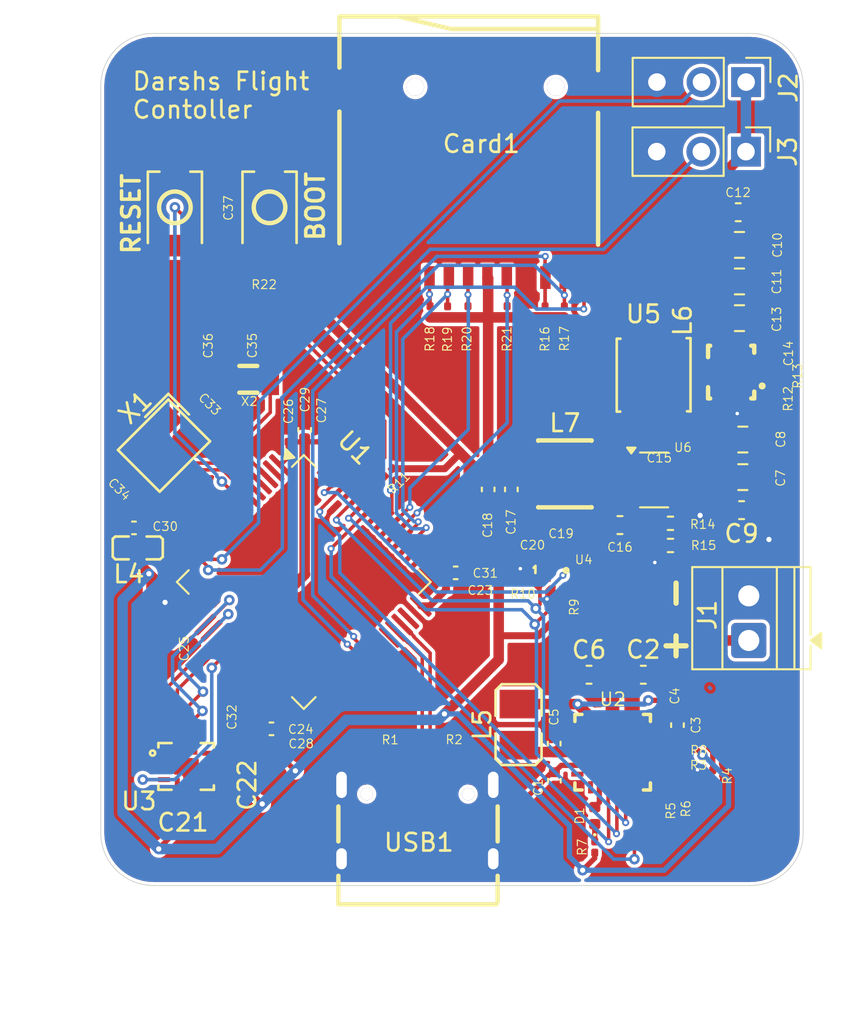
<source format=kicad_pcb>
(kicad_pcb (version 20241229) (generator "pcbnew") (generator_version "9.0")
  (layers (0 "F.Cu" signal) (2 "B.Cu" signal) (13 "F.Paste" user) (15 "B.Paste" user) (5 "F.SilkS" user "F.Silkscreen") (7 "B.SilkS" user "B.Silkscreen") (1 "F.Mask" user) (3 "B.Mask" user) (25 "Edge.Cuts" user))
  (net 0 "")
  (net 1 "GND")
  (net 2 "VBUS")
  (net 3 "BAT+")
  (net 4 "VREGN")
  (net 5 "/BTST")
  (net 6 "Net-(U2-BTST)")
  (net 7 "Net-(C5-Pad1)")
  (net 8 "VSYS")
  (net 9 "+5V")
  (net 10 "Net-(U5-Vaux)")
  (net 11 "Net-(U6-SW)")
  (net 12 "Net-(U6-CB)")
  (net 13 "+3.3V")
  (net 14 "Net-(U1-VCAP_1)")
  (net 15 "/HSE_IN")
  (net 16 "/HSE_OUT")
  (net 17 "/LSE_IN")
  (net 18 "/LSE_OUT")
  (net 19 "/RESET")
  (net 20 "/SD_DAT3")
  (net 21 "/SD_DAT2")
  (net 22 "/SD_DAT1")
  (net 23 "/SD_DAT0")
  (net 24 "/SD_CD")
  (net 25 "/SD_CLK")
  (net 26 "/SD_CMD")
  (net 27 "Net-(D1-K)")
  (net 28 "Net-(D1-A)")
  (net 29 "/SERVO1")
  (net 30 "/SERVO2")
  (net 31 "Net-(U1-VDDA)")
  (net 32 "Net-(U5-L1)")
  (net 33 "Net-(U5-L2)")
  (net 34 "Net-(USB1-CC1)")
  (net 35 "Net-(USB1-CC2)")
  (net 36 "Net-(U2-ILIM)")
  (net 37 "Net-(U2-TS)")
  (net 38 "/BQ_PG")
  (net 39 "/I2C_SDA")
  (net 40 "/I2C_SCL")
  (net 41 "/BQ_INT")
  (net 42 "Net-(U5-EN)")
  (net 43 "Net-(U5-PG)")
  (net 44 "Net-(U6-FB)")
  (net 45 "/BOOT")
  (net 49 "/ICM_SDO")
  (net 50 "/ICM_SCK")
  (net 51 "/BMP_INT")
  (net 57 "/ICM_CS")
  (net 58 "/ICM_INT1")
  (net 62 "/USB_DP")
  (net 63 "/USB_DN")
  (net 67 "/BQ_CE")
  (net 71 "/ICM_INT2")
  (net 77 "/ICM_SDI")
  (footprint "Resistor_SMD:R_0201_0603Metric" (layer "F.Cu") (at 129.91 70.77)
    (property "Reference" "R22")
    (property "Value" "10K")
  )
  (footprint "Capacitor_SMD:C_0201_0603Metric" (layer "F.Cu") (at 140.59 88.91)
    (property "Reference" "C23")
    (property "Value" "100nF")
  )
  (footprint "Resistor_SMD:R_0201_0603Metric" (layer "F.Cu") (at 153.07 100.15 90)
    (property "Reference" "R5")
    (property "Value" "30.1K")
  )
  (footprint "Capacitor_SMD:C_0603_1608Metric" (layer "F.Cu") (at 150.175 85.23 180)
    (property "Reference" "C16")
    (property "Value" "2.2uF")
  )
  (footprint "lib:L2520" (layer "F.Cu") (at 144.4 96.59 -90)
    (property "Reference" "L5")
    (property "Value" "DFE252012F-1R0M=P2")
  )
  (footprint "Capacitor_SMD:C_0805_2012Metric" (layer "F.Cu") (at 157.172499 82.5)
    (property "Reference" "C7")
    (property "Value" "10uF")
  )
  (footprint "lib:LGA-14_L3.0-W2.5-P0.50-TL" (layer "F.Cu") (at 125.47 98.97)
    (property "Reference" "U3")
    (property "Value" "ICM-45686")
  )
  (footprint "Capacitor_SMD:C_0603_1608Metric" (layer "F.Cu") (at 148.415 93.75 180)
    (property "Reference" "C6")
    (property "Value" "44uF")
  )
  (footprint "Resistor_SMD:R_0201_0603Metric" (layer "F.Cu") (at 140.7225 98.2575)
    (property "Reference" "R2")
    (property "Value" "5.1K")
  )
  (footprint "Capacitor_SMD:C_0402_1005Metric" (layer "F.Cu") (at 146.43 97.67 90)
    (property "Reference" "C5")
    (property "Value" "10uF")
  )
  (footprint "Resistor_SMD:R_0201_0603Metric" (layer "F.Cu") (at 144.73 88.38 180)
    (property "Reference" "R10")
    (property "Value" "10K")
  )
  (footprint "Capacitor_SMD:C_0402_1005Metric" (layer "F.Cu") (at 143.99 83.2 -90)
    (property "Reference" "C17")
    (property "Value" "22uF")
  )
  (footprint "Capacitor_SMD:C_0805_2012Metric" (layer "F.Cu") (at 157.172499 80.36)
    (property "Reference" "C8")
    (property "Value" "10uF")
  )
  (footprint "Capacitor_SMD:C_0201_0603Metric" (layer "F.Cu") (at 126.3 78.83 -45)
    (property "Reference" "C33")
    (property "Value" "20pF")
  )
  (footprint "Capacitor_SMD:C_0402_1005Metric" (layer "F.Cu") (at 130.33 96.83 180)
    (property "Reference" "C28")
    (property "Value" "1uF")
  )
  (footprint "Capacitor_SMD:C_0201_0603Metric" (layer "F.Cu") (at 146.825 86.45)
    (property "Reference" "C19")
    (property "Value" "100nF")
  )
  (footprint "lib:CRYSTAL-SMD_4P-L3.2-W2.5-BL" (layer "F.Cu") (at 124.21 80.707366 -135)
    (property "Reference" "X1")
    (property "Value" "X322525MOB4SI")
  )
  (footprint "Capacitor_SMD:C_0201_0603Metric" (layer "F.Cu") (at 122.21 82.64 135)
    (property "Reference" "C34")
    (property "Value" "20pF")
  )
  (footprint "Resistor_SMD:R_0201_0603Metric" (layer "F.Cu") (at 143.75 73.0875 -90)
    (property "Reference" "R21")
    (property "Value" "10K")
  )
  (footprint "Capacitor_SMD:C_0805_2012Metric" (layer "F.Cu") (at 156.982499 73.45)
    (property "Reference" "C13")
    (property "Value" "22uF")
  )
  (footprint "Resistor_SMD:R_0201_0603Metric" (layer "F.Cu") (at 137.0625 98.2575 180)
    (property "Reference" "R1")
    (property "Value" "5.1K")
  )
  (footprint "Package_QFP:LQFP-64_10x10mm_P0.5mm" (layer "F.Cu") (at 132.17 88.47 -45)
    (property "Reference" "U1")
    (property "Value" "STM32F722RETx")
  )
  (footprint "lib:FC-135R_L3.2-W1.5" (layer "F.Cu") (at 129.01 76.93 180)
    (property "Reference" "X2")
    (property "Value" "Q13FC1350000400")
  )
  (footprint "Resistor_SMD:R_0201_0603Metric" (layer "F.Cu") (at 148.74 103.56 -90)
    (property "Reference" "R7")
    (property "Value" "10K")
  )
  (footprint "Resistor_SMD:R_0201_0603Metric" (layer "F.Cu") (at 141.52 73.0875 -90)
    (property "Reference" "R20")
    (property "Value" "10K")
  )
  (footprint "Resistor_SMD:R_0201_0603Metric" (layer "F.Cu") (at 136.993952 82.246048 45)
    (property "Reference" "R11")
    (property "Value" "10K")
  )
  (footprint "Resistor_SMD:R_0402_1005Metric" (layer "F.Cu") (at 153.05 86.39)
    (property "Reference" "R15")
    (property "Value" "22.1K")
  )
  (footprint "Resistor_SMD:R_0201_0603Metric" (layer "F.Cu") (at 155.46 99.51 90)
    (property "Reference" "R4")
    (property "Value" "5.23K")
  )
  (footprint "lib:IND-SMD_L4.0-W4.0-A" (layer "F.Cu") (at 152.092499 76.68 -90)
    (property "Reference" "L6")
    (property "Value" "XFL4020-152MEC")
  )
  (footprint "lib:SW-SMD_L3.9-W3.0-P4.45" (layer "F.Cu") (at 130.22 67.14 -90)
    (property "Reference" "BOOT")
    (property "Value" "TS-1088-AR02016")
  )
  (footprint "Capacitor_SMD:C_0201_0603Metric" (layer "F.Cu") (at 127.04 67.18 -90)
    (property "Reference" "C37")
    (property "Value" "100nF")
  )
  (footprint "Capacitor_SMD:C_0402_1005Metric" (layer "F.Cu") (at 140.82 87.95)
    (property "Reference" "C31")
    (property "Value" "10uF")
  )
  (footprint "Capacitor_SMD:C_0201_0603Metric" (layer "F.Cu") (at 130.29 75.01 90)
    (property "Reference" "C35")
    (property "Value" "6.8pF")
  )
  (footprint "Capacitor_SMD:C_0201_0603Metric" (layer "F.Cu") (at 128.75 96.19 -90)
    (property "Reference" "C32")
    (property "Value" "2.2uF")
  )
  (footprint "Resistor_SMD:R_0201_0603Metric" (layer "F.Cu") (at 153.41 98.05)
    (property "Reference" "R8")
    (property "Value" "10K")
  )
  (footprint "Capacitor_SMD:C_0201_0603Metric" (layer "F.Cu") (at 125.3 100.98)
    (property "Reference" "C21")
    (property "Value" "100nF")
  )
  (footprint "Capacitor_SMD:C_0201_0603Metric" (layer "F.Cu") (at 130.495 97.72 180)
    (property "Reference" "C24")
    (property "Value" "100nF")
  )
  (footprint "Connector_PinHeader_2.54mm:PinHeader_1x03_P2.54mm_Vertical" (layer "F.Cu") (at 157.36 60.01 -90)
    (property "Reference" "J2")
    (property "Value" "Conn_01x03")
  )
  (footprint "lib:VFQFPN-24_L4.0-W4.0-P0.50-BL-EP2.8" (layer "F.Cu") (at 149.75 98.16)
    (property "Reference" "U2")
    (property "Value" "BQ25883RGER")
  )
  (footprint "Capacitor_SMD:C_0402_1005Metric" (layer "F.Cu") (at 142.67 83.2 -90)
    (property "Reference" "C18")
    (property "Value" "22uF")
  )
  (footprint "Resistor_SMD:R_0201_0603Metric" (layer "F.Cu") (at 159.272499 76.74 180)
    (property "Reference" "R13")
    (property "Value" "10K")
  )
  (footprint "Capacitor_SMD:C_0603_1608Metric" (layer "F.Cu") (at 157.102499 84.38)
    (property "Reference" "C9")
    (property "Value" "10uF")
  )
  (footprint "lib:IND-SMD_L3.0-W3.0" (layer "F.Cu") (at 147.04 82.32)
    (property "Reference" "L7")
    (property "Value" "YHNR3015-5R6M")
  )
  (footprint "Capacitor_SMD:C_0805_2012Metric" (layer "F.Cu") (at 156.982499 71.36)
    (property "Reference" "C11")
    (property "Value" "22uF")
  )
  (footprint "Resistor_SMD:R_0402_1005Metric" (layer "F.Cu") (at 153.05 85.13 180)
    (property "Reference" "R14")
    (property "Value" "100K")
  )
  (footprint "Capacitor_SMD:C_0201_0603Metric" (layer "F.Cu") (at 124.6 92.27 -90)
    (property "Reference" "C25")
    (property "Value" "100nF")
  )
  (footprint "Capacitor_SMD:C_0201_0603Metric" (layer "F.Cu") (at 127.78 75.02 90)
    (property "Reference" "C36")
    (property "Value" "6.8pF")
  )
  (footprint "Resistor_SMD:R_0201_0603Metric" (layer "F.Cu") (at 145.91 73.0975 -90)
    (property "Reference" "R16")
    (property "Value" "10K")
  )
  (footprint "Capacitor_SMD:C_0201_0603Metric" (layer "F.Cu") (at 158.912499 75.46 90)
    (property "Reference" "C14")
    (property "Value" "100nF")
  )
  (footprint "Capacitor_SMD:C_0201_0603Metric" (layer "F.Cu") (at 145.215 87.06 180)
    (property "Reference" "C20")
    (property "Value" "100nF")
  )
  (footprint "Resistor_SMD:R_0201_0603Metric" (layer "F.Cu") (at 153.41 98.9)
    (property "Reference" "R3")
    (property "Value" "383")
  )
  (footprint "Resistor_SMD:R_0201_0603Metric" (layer "F.Cu") (at 146.77 89.9 -90)
    (property "Reference" "R9")
    (property "Value" "10K")
  )
  (footprint "Capacitor_SMD:C_0402_1005Metric" (layer "F.Cu") (at 146.44 99.78 -90)
    (property "Reference" "C1")
    (property "Value" "1uF")
  )
  (footprint "Resistor_SMD:R_0201_0603Metric" (layer "F.Cu") (at 140.36 73.0975 -90)
    (property "Reference" "R19")
    (property "Value" "10K")
  )
  (footprint "Capacitor_SMD:C_0805_2012Metric" (layer "F.Cu") (at 156.982499 69.28)
    (property "Reference" "C10")
    (property "Value" "22uF")
  )
  (footprint "Capacitor_SMD:C_0603_1608Metric" (layer "F.Cu") (at 151.505 93.75)
    (property "Reference" "C2")
    (property "Value" "10uF")
  )
  (footprint "Capacitor_SMD:C_0201_0603Metric" (layer "F.Cu") (at 127.69 100.04 -90)
    (property "Reference" "C22")
    (property "Value" "100nF")
  )
  (footprint "Resistor_SMD:R_0201_0603Metric" (layer "F.Cu") (at 158.912499 78.04 -90)
    (property "Reference" "R12")
    (property "Value" "10K")
  )
  (footprint "lib:USB-C-SMD_TYPE-C-6PIN-2MD-073" (layer "F.Cu") (at 138.64 101.8475)
    (property "Reference" "USB1")
    (property "Value" "TYPE-C 16PIN 2MD(073)")
  )
  (footprint "Resistor_SMD:R_0201_0603Metric" (layer "F.Cu") (at 153.93 100.15 90)
    (property "Reference" "R6")
    (property "Value" "10K")
  )
  (footprint "TerminalBlock:TerminalBlock_Xinya_XY308-2.54-2P_1x02_P2.54mm_Horizontal" (layer "F.Cu") (at 157.51 91.8 90)
    (property "Reference" "J1")
    (property "Value" "Screw_Terminal_01x02")
  )
  (footprint "Capacitor_SMD:C_0402_1005Metric" (layer "F.Cu") (at 122.5 85.39)
    (property "Reference" "C30")
    (property "Value" "1uF")
  )
  (footprint "Connector_PinHeader_2.54mm:PinHeader_1x03_P2.54mm_Vertical" (layer "F.Cu") (at 157.35 63.97 -90)
    (property "Reference" "J3")
    (property "Value" "Conn_01x03")
  )
  (footprint "Resistor_SMD:R_0201_0603Metric" (layer "F.Cu") (at 147.01 73.0975 -90)
    (property "Reference" "R17")
    (property "Value" "10K")
  )
  (footprint "lib:TF-SMD_TF-01A" (layer "F.Cu") (at 141.57 65.8575 180)
    (property "Reference" "Card1")
    (property "Value" "TF-01A")
  )
  (footprint "Capacitor_SMD:C_0201_0603Metric" (layer "F.Cu") (at 133.16 80.17 90)
    (property "Reference" "C27")
    (property "Value" "100nF")
  )
  (footprint "Capacitor_SMD:C_0201_0603Metric" (layer "F.Cu") (at 131.28 80.175 90)
    (property "Reference" "C26")
    (property "Value" "100nF")
  )
  (footprint "lib:SW-SMD_L3.9-W3.0-P4.45" (layer "F.Cu") (at 124.83 67.14 -90)
    (property "Reference" "RESET")
    (property "Value" "TS-1088-AR02016")
  )
  (footprint "lib:L0603" (layer "F.Cu") (at 122.71 86.53 180)
    (property "Reference" "L4")
    (property "Value" "FCM1608KF-601T03")
  )
  (footprint "Package_TO_SOT_SMD:SOT-23-6" (layer "F.Cu") (at 152.12 82.66)
    (property "Reference" "U6")
    (property "Value" "LMR51430")
  )
  (footprint "LED_SMD:LED_0402_1005Metric" (layer "F.Cu") (at 148.74 101.77 90)
    (property "Reference" "D1")
    (property "Value" "LED")
  )
  (footprint "Capacitor_SMD:C_0402_1005Metric" (layer "F.Cu") (at 132.22 79.81 90)
    (property "Reference" "C29")
    (property "Value" "1uF")
  )
  (footprint "Capacitor_SMD:C_0201_0603Metric" (layer "F.Cu") (at 152.46 80.33 180)
    (property "Reference" "C15")
    (property "Value" "100nF")
  )
  (footprint "Resistor_SMD:R_0201_0603Metric" (layer "F.Cu") (at 139.36 73.0875 -90)
    (property "Reference" "R18")
    (property "Value" "10K")
  )
  (footprint "Capacitor_SMD:C_0201_0603Metric" (layer "F.Cu") (at 152.52 95.5 -90)
    (property "Reference" "C4")
    (property "Value" "47nF")
  )
  (footprint "lib:LGA-10_L2.0-W2.0-P0.50-TL_BMP580" (layer "F.Cu") (at 146.86 88.06)
    (property "Reference" "U4")
    (property "Value" "BMP580")
  )
  (footprint "lib:VQFN-HR-15_L3.0-W2.5-P0.50-BL_TPS63070RNMR" (layer "F.Cu") (at 156.642499 76.52 90)
    (property "Reference" "U5")
    (property "Value" "TPS63070RNMR")
  )
  (footprint "Capacitor_SMD:C_0603_1608Metric" (layer "F.Cu") (at 156.912499 67.42)
    (property "Reference" "C12")
    (property "Value" "10uF")
  )
  (footprint "Capacitor_SMD:C_0402_1005Metric" (layer "F.Cu") (at 153.45 96.62 90)
    (property "Reference" "C3")
    (property "Value" "10uF")
  )
  (gr_arc (start 160.61 102.75) (mid 159.73132 104.87132) (end 157.61 105.75) (stroke (width 0.05)) (layer "Edge.Cuts"))
  (gr_arc (start 120.61 60.24) (mid 121.48868 58.11868) (end 123.61 57.24) (stroke (width 0.05)) (layer "Edge.Cuts"))
  (gr_arc (start 157.61 57.24) (mid 159.73132 58.11868) (end 160.61 60.24) (stroke (width 0.05)) (layer "Edge.Cuts"))
  (gr_line (start 120.61 102.75) (end 120.61 60.24) (stroke (width 0.05)) (layer "Edge.Cuts"))
  (gr_line (start 160.61 60.24) (end 160.61 102.75) (stroke (width 0.05)) (layer "Edge.Cuts"))
  (gr_line (start 157.61 105.75) (end 123.61 105.75) (stroke (width 0.05)) (layer "Edge.Cuts"))
  (gr_arc (start 123.61 105.75) (mid 121.48868 104.87132) (end 120.61 102.75) (stroke (width 0.05)) (layer "Edge.Cuts"))
  (gr_line (start 123.61 57.24) (end 157.61 57.24) (stroke (width 0.05)) (layer "Edge.Cuts"))
  (gr_text "Darshs Flight \nContoller " (at 122.33 62.16 0) (layer "F.SilkS") (effects (font (size 1 1)) (justify left bottom)))
  (gr_text "+ -" (at 152.6 93.23 270) (layer "F.SilkS") (effects (font (size 1.5 1.5) (thickness 0.3) (bold yes)) (justify left bottom mirror)))
  (segment (start 155.27 94.47) (end 155.33 94.53) (width 0.2) (layer "B.Cu") (net 0))
  (segment (start 157.212499 78.52147) (end 157.212499 77.97) (width 0.2) (layer "F.Cu") (net 1))
  (segment (start 147.145 86.995) (end 146.86 87.28) (width 0.4) (layer "F.Cu") (net 1))
  (segment (start 126.526274 79.593173) (end 125.588858 80.530589) (width 0.2) (layer "F.Cu") (net 1))
  (segment (start 147.145 86.45) (end 147.145 86.68) (width 0.4) (layer "F.Cu") (net 1))
  (segment (start 147.145 86.68) (end 147.145 86.995) (width 0.4) (layer "F.Cu") (net 1))
  (segment (start 125.47 99.98) (end 125.47 100.52) (width 0.2) (layer "F.Cu") (net 1))
  (segment (start 147.145 87.065) (end 147.36 87.28) (width 0.4) (layer "F.Cu") (net 1))
  (segment (start 125.47 100.52) (end 125.62 100.67) (width 0.2) (layer "F.Cu") (net 1))
  (segment (start 125.62 100.67) (end 125.62 100.98) (width 0.2) (layer "F.Cu") (net 1))
  (segment (start 147.145 86.68) (end 147.145 87.065) (width 0.4) (layer "F.Cu") (net 1))
  (segment (start 126.526274 79.056274) (end 126.526274 79.593173) (width 0.2) (layer "F.Cu") (net 1))
  (segment (start 156.853234 78.880735) (end 157.212499 78.52147) (width 0.2) (layer "F.Cu") (net 1))
  (segment (start 121.983726 82.413726) (end 121.983726 81.731559) (width 0.2) (layer "F.Cu") (net 1))
  (segment (start 121.983726 81.731559) (end 122.831142 80.884143) (width 0.2) (layer "F.Cu") (net 1))
  (via (at 158.66 86.05) (size 0.6) (drill 0.3) (layers "F.Cu" "B.Cu") (net 1))
  (via (at 152.16 87.36) (size 0.4) (drill 0.2) (layers "F.Cu" "B.Cu") (net 1))
  (via (at 146.020812 89.437913) (size 0.4) (drill 0.2) (layers "F.Cu" "B.Cu") (net 1))
  (via (at 154.74 84.68) (size 0.6) (drill 0.3) (layers "F.Cu" "B.Cu") (net 1))
  (via (at 144.5 87.71) (size 0.4) (drill 0.2) (layers "F.Cu" "B.Cu") (net 1))
  (via (at 124.27 89.63) (size 0.6) (drill 0.3) (layers "F.Cu" "B.Cu") (net 1))
  (via (at 156.853234 78.880735) (size 0.4) (drill 0.2) (layers "F.Cu" "B.Cu") (net 1))
  (via (at 154.59 99.16) (size 0.4) (drill 0.2) (layers "F.Cu" "B.Cu") (net 1))
  (segment (start 136.24 100.046136) (end 136.24 99.4675) (width 0.3) (layer "F.Cu") (net 2))
  (segment (start 146.83 98.91) (end 147.75 98.91) (width 0.3) (layer "F.Cu") (net 2))
  (segment (start 137.183864 100.99) (end 136.24 100.046136) (width 0.3) (layer "F.Cu") (net 2))
  (segment (start 141.36 102.03) (end 140.32 100.99) (width 0.3) (layer "F.Cu") (net 2))
  (segment (start 140.32 100.766136) (end 141.04 100.046136) (width 0.3) (layer "F.Cu") (net 2))
  (segment (start 143.57 102.03) (end 141.36 102.03) (width 0.3) (layer "F.Cu") (net 2))
  (segment (start 140.32 100.99) (end 137.183864 100.99) (width 0.3) (layer "F.Cu") (net 2))
  (segment (start 141.04 100.046136) (end 141.04 99.4675) (width 0.3) (layer "F.Cu") (net 2))
  (segment (start 146.44 99.3) (end 146.83 98.91) (width 0.3) (layer "F.Cu") (net 2))
  (segment (start 140.32 100.99) (end 140.32 100.766136) (width 0.3) (layer "F.Cu") (net 2))
  (segment (start 143.57 102.03) (end 146.3 99.3) (width 0.3) (layer "F.Cu") (net 2))
  (segment (start 146.3 99.3) (end 146.44 99.3) (width 0.3) (layer "F.Cu") (net 2))
  (segment (start 151 94.02) (end 150.73 93.75) (width 0.6) (layer "F.Cu") (net 3))
  (segment (start 150.73 93.75) (end 152.68 91.8) (width 0.6) (layer "F.Cu") (net 3))
  (segment (start 150.73 93.75) (end 150.73 95.971) (width 0.6) (layer "F.Cu") (net 3))
  (segment (start 151 96.16) (end 151 94.02) (width 0.6) (layer "F.Cu") (net 3))
  (segment (start 150.73 95.971) (end 150.541 96.16) (width 0.6) (layer "F.Cu") (net 3))
  (segment (start 152.68 91.8) (end 157.51 91.8) (width 0.6) (layer "F.Cu") (net 3))
  (segment (start 153.45 97.1) (end 154.42 97.1) (width 0.3) (layer "F.Cu") (net 4))
  (segment (start 155.46 98.14) (end 155.46 99.19) (width 0.3) (layer "F.Cu") (net 4))
  (segment (start 152.78 97.1) (end 153.45 97.1) (width 0.3) (layer "F.Cu") (net 4))
  (segment (start 154.42 97.1) (end 155.46 98.14) (width 0.3) (layer "F.Cu") (net 4))
  (segment (start 151.75 97.41) (end 152.47 97.41) (width 0.3) (layer "F.Cu") (net 4))
  (segment (start 152.47 97.41) (end 152.78 97.1) (width 0.3) (layer "F.Cu") (net 4))
  (segment (start 151.79 95.21) (end 152.49 95.21) (width 0.3) (layer "F.Cu") (net 5))
  (segment (start 152.49 95.21) (end 152.52 95.18) (width 0.3) (layer "F.Cu") (net 5))
  (segment (start 144.4 95.42) (end 147.77 95.42) (width 0.6) (layer "F.Cu") (net 5))
  (segment (start 148.51 96.16) (end 148.959 96.16) (width 0.6) (layer "F.Cu") (net 5))
  (segment (start 147.77 95.42) (end 148.51 96.16) (width 0.6) (layer "F.Cu") (net 5))
  (via (at 147.77 95.42) (size 0.6) (drill 0.3) (layers "F.Cu" "B.Cu") (net 5))
  (via (at 151.79 95.21) (size 0.6) (drill 0.3) (layers "F.Cu" "B.Cu") (net 5))
  (segment (start 147.77 95.42) (end 151.58 95.42) (width 0.3) (layer "B.Cu") (net 5))
  (segment (start 151.58 95.42) (end 151.79 95.21) (width 0.3) (layer "B.Cu") (net 5))
  (segment (start 147.65 95.42) (end 147.77 95.42) (width 0.3) (layer "B.Cu") (net 5))
  (segment (start 147.61 95.38) (end 147.65 95.42) (width 0.3) (layer "B.Cu") (net 5))
  (segment (start 152.52 95.82) (end 152.52 96.14) (width 0.4) (layer "F.Cu") (net 6))
  (segment (start 152.52 96.14) (end 151.75 96.91) (width 0.4) (layer "F.Cu") (net 6))
  (segment (start 146.759 97.951) (end 147.75 97.951) (width 0.6) (layer "F.Cu") (net 7))
  (segment (start 147.541 98.15) (end 147.75 98.359) (width 0.6) (layer "F.Cu") (net 7))
  (segment (start 146.56 98.15) (end 146.759 97.951) (width 0.6) (layer "F.Cu") (net 7))
  (segment (start 146.43 98.15) (end 146.56 98.15) (width 0.6) (layer "F.Cu") (net 7))
  (segment (start 146.43 98.15) (end 144.79 98.15) (width 0.6) (layer "F.Cu") (net 7))
  (segment (start 146.43 98.15) (end 146.7 98.15) (width 0.6) (layer "F.Cu") (net 7))
  (segment (start 146.43 98.15) (end 147.541 98.15) (width 0.6) (layer "F.Cu") (net 7))
  (segment (start 144.79 98.15) (end 144.4 97.76) (width 0.6) (layer "F.Cu") (net 7))
  (segment (start 151.362499 89.82) (end 151.34 89.82) (width 0.6) (layer "F.Cu") (net 8))
  (segment (start 149.66 94.22) (end 149.66 96.16) (width 0.6) (layer "F.Cu") (net 8))
  (segment (start 150.95 90.21) (end 150.95 89.82) (width 0.6) (layer "F.Cu") (net 8))
  (segment (start 158.222499 78.36) (end 156.222499 80.36) (width 0.2) (layer "F.Cu") (net 8))
  (segment (start 154.607499 82.66) (end 153.2575 82.66) (width 0.6) (layer "F.Cu") (net 8))
  (segment (start 150.95 83.6425) (end 150.9825 83.61) (width 0.6) (layer "F.Cu") (net 8))
  (segment (start 149.19 93.75) (end 149.84 94.4) (width 0.6) (layer "F.Cu") (net 8))
  (segment (start 149.84 94.4) (end 149.84 96.16) (width 0.6) (layer "F.Cu") (net 8))
  (segment (start 156.222499 80.36) (end 156.222499 80.182499) (width 0.6) (layer "F.Cu") (net 8))
  (segment (start 158.912499 78.36) (end 158.222499 78.36) (width 0.2) (layer "F.Cu") (net 8))
  (segment (start 156.327499 82.605) (end 156.222499 82.5) (width 0.6) (layer "F.Cu") (net 8))
  (segment (start 150.95 89.82) (end 150.95 85.23) (width 0.6) (layer "F.Cu") (net 8))
  (segment (start 156.186499 80.146499) (end 156.186499 78.46) (width 0.6) (layer "F.Cu") (net 8))
  (segment (start 151.362499 89.82) (end 156.327499 84.855) (width 0.6) (layer "F.Cu") (net 8))
  (segment (start 156.222499 80.182499) (end 156.186499 80.146499) (width 0.6) (layer "F.Cu") (net 8))
  (segment (start 156.186499 78.46) (end 156.186499 77.97) (width 0.6) (layer "F.Cu") (net 8))
  (segment (start 155.712499 77.97) (end 155.712499 77.986) (width 0.6) (layer "F.Cu") (net 8))
  (segment (start 150.95 91.99) (end 150.95 90.21) (width 0.6) (layer "F.Cu") (net 8))
  (segment (start 156.327499 84.38) (end 156.327499 82.605) (width 0.6) (layer "F.Cu") (net 8))
  (segment (start 150.95 85.23) (end 150.95 83.6425) (width 0.6) (layer "F.Cu") (net 8))
  (segment (start 150.95 89.82) (end 151.362499 89.82) (width 0.6) (layer "F.Cu") (net 8))
  (segment (start 156.327499 84.855) (end 156.327499 84.38) (width 0.6) (layer "F.Cu") (net 8))
  (segment (start 156.327499 84.38) (end 154.607499 82.66) (width 0.6) (layer "F.Cu") (net 8))
  (segment (start 155.712499 77.986) (end 156.186499 78.46) (width 0.6) (layer "F.Cu") (net 8))
  (segment (start 151.34 89.82) (end 150.95 90.21) (width 0.6) (layer "F.Cu") (net 8))
  (segment (start 156.222499 82.5) (end 156.222499 80.36) (width 0.6) (layer "F.Cu") (net 8))
  (segment (start 149.19 93.75) (end 149.66 94.22) (width 0.6) (layer "F.Cu") (net 8))
  (segment (start 149.19 93.75) (end 150.95 91.99) (width 0.6) (layer "F.Cu") (net 8))
  (segment (start 156.032499 73.45) (end 156.032499 74.75) (width 0.6) (layer "F.Cu") (net 9))
  (segment (start 156.212499 75.07) (end 156.212499 73.63) (width 0.2) (layer "F.Cu") (net 9))
  (segment (start 157.212499 74.63) (end 156.032499 73.45) (width 0.2) (layer "F.Cu") (net 9))
  (segment (start 156.032499 69.28) (end 156.032499 71.36) (width 0.2) (layer "F.Cu") (net 9))
  (segment (start 159.592499 75.02013) (end 159.181369 74.609) (width 0.2) (layer "F.Cu") (net 9))
  (segment (start 156.032499 69.28) (end 156.032499 67.525) (width 0.2) (layer "F.Cu") (net 9))
  (segment (start 156.137499 67.42) (end 156.137499 73.345) (width 0.6) (layer "F.Cu") (net 9))
  (segment (start 156.032499 71.36) (end 156.032499 73.45) (width 0.2) (layer "F.Cu") (net 9))
  (segment (start 157.673499 74.609) (end 157.212499 75.07) (width 0.2) (layer "F.Cu") (net 9))
  (segment (start 156.137499 67.42) (end 156.137499 65.182501) (width 0.6) (layer "F.Cu") (net 9))
  (segment (start 159.592499 76.74) (end 159.592499 75.02013) (width 0.2) (layer "F.Cu") (net 9))
  (segment (start 156.212499 73.63) (end 156.032499 73.45) (width 0.2) (layer "F.Cu") (net 9))
  (segment (start 159.181369 74.609) (end 157.673499 74.609) (width 0.2) (layer "F.Cu") (net 9))
  (segment (start 156.137499 73.345) (end 156.032499 73.45) (width 0.6) (layer "F.Cu") (net 9))
  (segment (start 157.212499 75.07) (end 157.212499 74.63) (width 0.2) (layer "F.Cu") (net 9))
  (segment (start 156.032499 67.525) (end 156.137499 67.42) (width 0.2) (layer "F.Cu") (net 9))
  (segment (start 156.032499 74.75) (end 155.712499 75.07) (width 0.6) (layer "F.Cu") (net 9))
  (segment (start 155.712499 75.07) (end 156.186499 75.07) (width 0.6) (layer "F.Cu") (net 9))
  (segment (start 156.137499 65.182501) (end 157.35 63.97) (width 0.6) (layer "F.Cu") (net 9))
  (segment (start 157.35 60.02) (end 157.36 60.01) (width 0.6) (layer "B.Cu") (net 9))
  (segment (start 157.35 63.97) (end 157.35 60.02) (width 0.6) (layer "B.Cu") (net 9))
  (segment (start 158.912499 75.78) (end 158.422499 76.27) (width 0.2) (layer "F.Cu") (net 10))
  (segment (start 158.422499 76.27) (end 157.662499 76.27) (width 0.2) (layer "F.Cu") (net 10))
  (segment (start 151.67 82.66) (end 152.294 83.284) (width 0.4) (layer "F.Cu") (net 11))
  (segment (start 152.294 84.884) (end 152.54 85.13) (width 0.4) (layer "F.Cu") (net 11))
  (segment (start 151.644999 82.66) (end 152.14 82.164999) (width 0.4) (layer "F.Cu") (net 11))
  (segment (start 148.71 82.66) (end 150.9825 82.66) (width 0.6) (layer "F.Cu") (net 11))
  (segment (start 152.14 82.164999) (end 152.14 80.33) (width 0.4) (layer "F.Cu") (net 11))
  (segment (start 152.294 83.284) (end 152.294 84.884) (width 0.4) (layer "F.Cu") (net 11))
  (segment (start 150.9825 82.66) (end 151.67 82.66) (width 0.4) (layer "F.Cu") (net 11))
  (segment (start 150.9825 82.66) (end 151.644999 82.66) (width 0.4) (layer "F.Cu") (net 11))
  (segment (start 148.37 82.32) (end 148.71 82.66) (width 0.6) (layer "F.Cu") (net 11))
  (segment (start 152.78 80.33) (end 152.78 81.2325) (width 0.4) (layer "F.Cu") (net 12))
  (segment (start 152.78 81.2325) (end 153.2575 81.71) (width 0.4) (layer "F.Cu") (net 12))
  (segment (start 145.535 86.705) (end 145.535 87.06) (width 0.4) (layer "F.Cu") (net 13))
  (segment (start 132.015 80.495) (end 132.22 80.29) (width 0.3) (layer "F.Cu") (net 13))
  (segment (start 143.26897 91.53) (end 143.26897 92.89103) (width 0.6) (layer "F.Cu") (net 13))
  (segment (start 139.348819 89.831181) (end 140.27 88.91) (width 0.4) (layer "F.Cu") (net 13))
  (segment (start 143.99 82.72) (end 145.31 82.72) (width 0.6) (layer "F.Cu") (net 13))
  (segment (start 140.34 85.23) (end 141.565 84.005) (width 0.4) (layer "F.Cu") (net 13))
  (segment (start 130.815 97.72) (end 130.815 98.345) (width 0.3) (layer "F.Cu") (net 13))
  (segment (start 141.81 81.86) (end 141.565 81.615) (width 0.6) (layer "F.Cu") (net 13))
  (segment (start 148.74 104.19) (end 148.05 104.88) (width 0.3) (layer "F.Cu") (net 13))
  (segment (start 141.565 84.005) (end 143.26897 85.70897) (width 0.6) (layer "F.Cu") (net 13))
  (segment (start 148.74 103.88) (end 148.74 104.19) (width 0.3) (layer "F.Cu") (net 13))
  (segment (start 122.01 86.66) (end 123.35 88) (width 0.6) (layer "F.Cu") (net 13))
  (segment (start 130.808819 96.828819) (end 130.81 96.83) (width 0.3) (layer "F.Cu") (net 13))
  (segment (start 145.28 86.45) (end 145.535 86.705) (width 0.4) (layer "F.Cu") (net 13))
  (segment (start 147 73.4075) (end 147.01 73.4175) (width 0.6) (layer "F.Cu") (net 13))
  (segment (start 123.91 103.67) (end 123.91 103.65) (width 0.3) (layer "F.Cu") (net 13))
  (segment (start 142.67 71.1775) (end 142.63 71.1375) (width 0.6) (layer "F.Cu") (net 13))
  (segment (start 144.01 86.45) (end 143.26897 85.70897) (width 0.4) (layer "F.Cu") (net 13))
  (segment (start 123.91 103.65) (end 124.98 102.58) (width 0.3) (layer "F.Cu") (net 13))
  (segment (start 130.81 96.83) (end 130.81 97.715) (width 0.3) (layer "F.Cu") (net 13))
  (segment (start 140.27 88.02) (end 140.34 87.95) (width 0.4) (layer "F.Cu") (net 13))
  (segment (start 123.35 91.06) (end 123.35 88) (width 0.3) (layer "F.Cu") (net 13))
  (segment (start 129.805 101.105) (end 128.42 99.72) (width 0.3) (layer "F.Cu") (net 13))
  (segment (start 124.98 99.99) (end 124.97 99.98) (width 0.3) (layer "F.Cu") (net 13))
  (segment (start 131.69 88.58) (end 132.24 88.03) (width 0.6) (layer "F.Cu") (net 13))
  (segment (start 146.36 86.595) (end 146.36 87.28) (width 0.4) (layer "F.Cu") (net 13))
  (segment (start 132.84 67.65) (end 130.22 65.03) (width 0.6) (layer "F.Cu") (net 13))
  (segment (start 124.24 91.95) (end 123.35 91.06) (width 0.3) (layer "F.Cu") (net 13))
  (segment (start 123.35 88) (end 123.93 88.58) (width 0.6) (layer "F.Cu") (net 13))
  (segment (start 142.67 82.72) (end 142.67 71.1775) (width 0.6) (layer "F.Cu") (net 13))
  (segment (start 140.34 87.95) (end 140.34 85.23) (width 0.4) (layer "F.Cu") (net 13))
  (segment (start 131.28 80.495) (end 131.28 81.334338) (width 0.3) (layer "F.Cu") (net 13))
  (segment (start 122.02 85.39) (end 122.02 86.52) (width 0.6) (layer "F.Cu") (net 13))
  (segment (start 133.16 81.434338) (end 133.531181 81.805519) (width 0.3) (layer "F.Cu") (net 13))
  (segment (start 142.67 82.72) (end 141.81 81.86) (width 0.6) (layer "F.Cu") (net 13))
  (segment (start 146.505 86.45) (end 146.36 86.595) (width 0.4) (layer "F.Cu") (net 13))
  (segment (start 133.16 80.49) (end 133.16 81.434338) (width 0.3) (layer "F.Cu") (net 13))
  (segment (start 145.535 87.06) (end 145.535 87.265) (width 0.4) (layer "F.Cu") (net 13))
  (segment (start 146.505 86.45) (end 145.28 86.45) (width 0.4) (layer "F.Cu") (net 13))
  (segment (start 143.26897 92.89103) (end 140.18 95.98) (width 0.6) (layer "F.Cu") (net 13))
  (segment (start 144.12897 88.38) (end 143.26897 87.52) (width 0.4) (layer "F.Cu") (net 13))
  (segment (start 124.6 91.95) (end 124.24 91.95) (width 0.3) (layer "F.Cu") (net 13))
  (segment (start 140.200226 82.019774) (end 141.085 81.135) (width 0.4) (layer "F.Cu") (net 13))
  (segment (start 141.085 81.135) (end 132.84 72.89) (width 0.6) (layer "F.Cu") (net 13))
  (segment (start 138.834481 89.831181) (end 139.348819 89.831181) (width 0.4) (layer "F.Cu") (net 13))
  (segment (start 128.42 99.72) (end 127.69 99.72) (width 0.3) (layer "F.Cu") (net 13))
  (segment (start 153.73 98.05) (end 154.592182 98.05) (width 0.3) (layer "F.Cu") (net 13))
  (segment (start 145.519943 91.53) (end 143.26897 91.53) (width 0.4) (layer "F.Cu") (net 13))
  (segment (start 127.69 99.72) (end 126.73 99.72) (width 0.3) (layer "F.Cu") (net 13))
  (segment (start 146.77 90.279943) (end 145.519943 91.53) (width 0.4) (layer "F.Cu") (net 13))
  (segment (start 130.808819 95.134481) (end 130.808819 96.828819) (width 0.3) (layer "F.Cu") (net 13))
  (segment (start 154.592182 98.05) (end 154.866091 98.323909) (width 0.3) (layer "F.Cu") (net 13))
  (segment (start 123.93 88.58) (end 131.69 88.58) (width 0.6) (layer "F.Cu") (net 13))
  (segment (start 146.77 90.22) (end 146.77 90.279943) (width 0.4) (layer "F.Cu") (net 13))
  (segment (start 141.565 81.615) (end 141.085 81.135) (width 0.6) (layer "F.Cu") (net 13))
  (segment (start 122.01 86.53) (end 122.01 86.66) (width 0.6) (layer "F.Cu") (net 13))
  (segment (start 124.800912 91.95) (end 124.6 91.95) (width 0.3) (layer "F.Cu") (net 13))
  (segment (start 143.26897 87.52) (end 143.26897 91.53) (width 0.6) (layer "F.Cu") (net 13))
  (segment (start 126.212625 90.538287) (end 124.800912 91.95) (width 0.3) (layer "F.Cu") (net 13))
  (segment (start 142.67 82.72) (end 143.99 82.72) (width 0.6) (layer "F.Cu") (net 13))
  (segment (start 145.31 82.72) (end 145.71 82.32) (width 0.6) (layer "F.Cu") (net 13))
  (segment (start 137.220226 82.019774) (end 140.200226 82.019774) (width 0.4) (layer "F.Cu") (net 13))
  (segment (start 139.36 73.4075) (end 147 73.4075) (width 0.6) (layer "F.Cu") (net 13))
  (segment (start 130.815 98.345) (end 131.69 99.22) (width 0.3) (layer "F.Cu") (net 13))
  (segment (start 122.02 86.52) (end 122.01 86.53) (width 0.6) (layer "F.Cu") (net 13))
  (segment (start 131.28 80.495) (end 132.015 80.495) (width 0.3) (layer "F.Cu") (net 13))
  (segment (start 132.42 80.49) (end 132.22 80.29) (width 0.3) (layer "F.Cu") (net 13))
  (segment (start 130.81 97.715) (end 130.815 97.72) (width 0.3) (layer "F.Cu") (net 13))
  (segment (start 132.22 88.01) (end 132.22 80.29) (width 0.6) (layer "F.Cu") (net 13))
  (segment (start 133.16 80.49) (end 132.42 80.49) (width 0.3) (layer "F.Cu") (net 13))
  (segment (start 143.26897 85.70897) (end 143.26897 87.52) (width 0.6) (layer "F.Cu") (net 13))
  (segment (start 132.84 72.89) (end 132.84 67.65) (width 0.6) (layer "F.Cu") (net 13))
  (segment (start 140.27 88.91) (end 140.27 88.02) (width 0.4) (layer "F.Cu") (net 13))
  (segment (start 124.98 100.98) (end 124.98 99.99) (width 0.3) (layer "F.Cu") (net 13))
  (segment (start 141.565 81.615) (end 141.565 84.005) (width 0.6) (layer "F.Cu") (net 13))
  (segment (start 131.28 81.334338) (end 130.808819 81.805519) (width 0.3) (layer "F.Cu") (net 13))
  (segment (start 144.41 88.38) (end 144.12897 88.38) (width 0.4) (layer "F.Cu") (net 13))
  (segment (start 145.535 87.265) (end 146.08 87.81) (width 0.4) (layer "F.Cu") (net 13))
  (segment (start 132.24 88.03) (end 132.22 88.01) (width 0.6) (layer "F.Cu") (net 13))
  (segment (start 145.28 86.45) (end 144.01 86.45) (width 0.4) (layer "F.Cu") (net 13))
  (segment (start 124.98 102.58) (end 124.98 100.98) (width 0.3) (layer "F.Cu") (net 13))
  (via (at 140.18 95.98) (size 0.6) (drill 0.3) (layers "F.Cu" "B.Cu") (net 13))
  (via (at 148.05 104.88) (size 0.6) (drill 0.3) (layers "F.Cu" "B.Cu") (net 13))
  (via (at 154.866091 98.323909) (size 0.6) (drill 0.3) (layers "F.Cu" "B.Cu") (net 13))
  (via (at 131.69 99.22) (size 0.6) (drill 0.3) (layers "F.Cu" "B.Cu") (net 13))
  (via (at 123.91 103.67) (size 0.6) (drill 0.3) (layers "F.Cu" "B.Cu") (net 13))
  (via (at 129.805 101.105) (size 0.6) (drill 0.3) (layers "F.Cu" "B.Cu") (net 13))
  (via (at 123.35 88) (size 0.6) (drill 0.3) (layers "F.Cu" "B.Cu") (net 13))
  (segment (start 152.91 104.66) (end 156.36 101.21) (width 0.3) (layer "B.Cu") (net 13))
  (segment (start 148.05 104.85) (end 148.05 104.88) (width 0.3) (layer "B.Cu") (net 13))
  (segment (start 123.91 103.67) (end 124.13 103.67) (width 0.6) (layer "B.Cu") (net 13))
  (segment (start 152.69 104.88) (end 152.91 104.66) (width 0.3) (layer "B.Cu") (net 13))
  (segment (start 156.36 101.21) (end 156.36 99.75) (width 0.3) (layer "B.Cu") (net 13))
  (segment (start 140.94 95.98) (end 147.3 102.34) (width 0.3) (layer "B.Cu") (net 13))
  (segment (start 147.3 102.34) (end 147.3 104.1) (width 0.3) (layer "B.Cu") (net 13))
  (segment (start 156.36 99.75) (end 154.933909 98.323909) (width 0.3) (layer "B.Cu") (net 13))
  (segment (start 140.18 95.98) (end 140.94 95.98) (width 0.3) (layer "B.Cu") (net 13))
  (segment (start 121.85 101.61) (end 123.91 103.67) (width 0.6) (layer "B.Cu") (net 13))
  (segment (start 139.84 96.32) (end 140.18 95.98) (width 0.6) (layer "B.Cu") (net 13))
  (segment (start 148.05 104.88) (end 152.69 104.88) (width 0.3) (layer "B.Cu") (net 13))
  (segment (start 123.35 88) (end 121.85 89.5) (width 0.6) (layer "B.Cu") (net 13))
  (segment (start 131.69 99.22) (end 134.59 96.32) (width 0.6) (layer "B.Cu") (net 13))
  (segment (start 134.59 96.32) (end 139.84 96.32) (width 0.6) (layer "B.Cu") (net 13))
  (segment (start 147.3 104.1) (end 148.05 104.85) (width 0.3) (layer "B.Cu") (net 13))
  (segment (start 121.85 89.5) (end 121.85 101.61) (width 0.6) (layer "B.Cu") (net 13))
  (segment (start 127.24 103.67) (end 131.69 99.22) (width 0.6) (layer "B.Cu") (net 13))
  (segment (start 123.91 103.67) (end 127.24 103.67) (width 0.6) (layer "B.Cu") (net 13))
  (segment (start 154.933909 98.323909) (end 154.866091 98.323909) (width 0.3) (layer "B.Cu") (net 13))
  (segment (start 128.75 95.87) (end 130.101713 94.518287) (width 0.2) (layer "F.Cu") (net 14))
  (segment (start 130.101713 94.518287) (end 130.101713 94.427375) (width 0.2) (layer "F.Cu") (net 14))
  (segment (start 125.111559 78.603726) (end 124.386777 79.328508) (width 0.2) (layer "F.Cu") (net 15))
  (segment (start 124.386777 81.16557) (end 124.921207 81.7) (width 0.2) (layer "F.Cu") (net 15))
  (segment (start 126.073726 78.603726) (end 125.111559 78.603726) (width 0.2) (layer "F.Cu") (net 15))
  (segment (start 127.874874 81.7) (end 129.394606 83.219732) (width 0.2) (layer "F.Cu") (net 15))
  (segment (start 124.386777 79.328508) (end 124.386777 81.16557) (width 0.2) (layer "F.Cu") (net 15))
  (segment (start 124.921207 81.7) (end 127.874874 81.7) (width 0.2) (layer "F.Cu") (net 15))
  (segment (start 124.033223 82.086224) (end 127.55399 82.086224) (width 0.2) (layer "F.Cu") (net 16))
  (segment (start 122.436274 82.866274) (end 123.253173 82.866274) (width 0.2) (layer "F.Cu") (net 16))
  (segment (start 127.55399 82.086224) (end 129.041052 83.573286) (width 0.2) (layer "F.Cu") (net 16))
  (segment (start 123.253173 82.866274) (end 124.033223 82.086224) (width 0.2) (layer "F.Cu") (net 16))
  (segment (start 128.66 80.42) (end 130.26 78.82) (width 0.2) (layer "F.Cu") (net 17))
  (segment (start 130.29 76.9) (end 130.26 76.93) (width 0.2) (layer "F.Cu") (net 17))
  (segment (start 130.26 76.93) (end 130.29 76.96) (width 0.2) (layer "F.Cu") (net 17))
  (segment (start 130.29 75.33) (end 130.29 76.9) (width 0.2) (layer "F.Cu") (net 17))
  (segment (start 128.66 81.07) (end 128.66 80.42) (width 0.2) (layer "F.Cu") (net 17))
  (segment (start 130.101713 82.512625) (end 130.101713 82.511713) (width 0.2) (layer "F.Cu") (net 17))
  (segment (start 130.26 78.82) (end 130.26 76.93) (width 0.2) (layer "F.Cu") (net 17))
  (segment (start 130.101713 82.511713) (end 128.66 81.07) (width 0.2) (layer "F.Cu") (net 17))
  (segment (start 127.76 80.87802) (end 129.748159 82.866179) (width 0.2) (layer "F.Cu") (net 18))
  (segment (start 127.78 76.91) (end 127.76 76.93) (width 0.2) (layer "F.Cu") (net 18))
  (segment (start 127.76 76.93) (end 127.76 80.87802) (width 0.2) (layer "F.Cu") (net 18))
  (segment (start 127.78 75.34) (end 127.78 76.91) (width 0.2) (layer "F.Cu") (net 18))
  (segment (start 127.04 67.5) (end 125.19 67.5) (width 0.2) (layer "F.Cu") (net 19))
  (segment (start 127.510329 82.749671) (end 127.639998 82.87934) (width 0.2) (layer "F.Cu") (net 19))
  (segment (start 127.639998 82.87934) (end 127.64 82.87934) (width 0.2) (layer "F.Cu") (net 19))
  (segment (start 127.64 82.87934) (end 128.687499 83.926839) (width 0.2) (layer "F.Cu") (net 19))
  (segment (start 124.83 67.14) (end 124.83 69.32) (width 0.2) (layer "F.Cu") (net 19))
  (segment (start 125.19 67.5) (end 124.83 67.14) (width 0.2) (layer "F.Cu") (net 19))
  (via (at 124.83 67.14) (size 0.6) (drill 0.3) (layers "F.Cu" "B.Cu") (net 19))
  (via (at 127.510329 82.749671) (size 0.6) (drill 0.3) (layers "F.Cu" "B.Cu") (net 19))
  (segment (start 127.22 82.459342) (end 127.22 82.38) (width 0.2) (layer "B.Cu") (net 19))
  (segment (start 124.83 79.99) (end 124.83 67.14) (width 0.2) (layer "B.Cu") (net 19))
  (segment (start 127.510329 82.749671) (end 127.22 82.459342) (width 0.2) (layer "B.Cu") (net 19))
  (segment (start 127.22 82.38) (end 124.83 79.99) (width 0.2) (layer "B.Cu") (net 19))
  (segment (start 138.71 85.11198) (end 137.773821 86.048159) (width 0.2) (layer "F.Cu") (net 20))
  (segment (start 138.686817 85.041) (end 138.71 85.064183) (width 0.2) (layer "F.Cu") (net 20))
  (segment (start 140.36 71.2075) (end 140.43 71.1375) (width 0.2) (layer "F.Cu") (net 20))
  (segment (start 138.71 85.064183) (end 138.71 85.11198) (width 0.2) (layer "F.Cu") (net 20))
  (segment (start 140.36 72.09) (end 140.36 71.2075) (width 0.2) (layer "F.Cu") (net 20))
  (segment (start 140.36 72.7775) (end 140.36 72.09) (width 0.2) (layer "F.Cu") (net 20))
  (via (at 138.686817 85.041) (size 0.4) (drill 0.2) (layers "F.Cu" "B.Cu") (net 20))
  (via (at 140.36 72.09) (size 0.4) (drill 0.2) (layers "F.Cu" "B.Cu") (net 20))
  (segment (start 138.686817 85.041) (end 138.685817 85.04) (width 0.2) (layer "B.Cu") (net 20))
  (segment (start 138.4629 85.04) (end 137.809 84.3861) (width 0.2) (layer "B.Cu") (net 20))
  (segment (start 137.809 84.3861) (end 137.809 74.641) (width 0.2) (layer "B.Cu") (net 20))
  (segment (start 138.685817 85.04) (end 138.4629 85.04) (width 0.2) (layer "B.Cu") (net 20))
  (segment (start 137.809 74.641) (end 140.36 72.09) (width 0.2) (layer "B.Cu") (net 20))
  (segment (start 139.36 72.7675) (end 139.36 72.12) (width 0.2) (layer "F.Cu") (net 21))
  (segment (start 139.14 85.38) (end 139.14 85.389088) (width 0.2) (layer "F.Cu") (net 21))
  (segment (start 139.33 71.1375) (end 139.33 72.09) (width 0.2) (layer "F.Cu") (net 21))
  (segment (start 139.14 85.389088) (end 138.127375 86.401713) (width 0.2) (layer "F.Cu") (net 21))
  (segment (start 139.36 72.12) (end 139.33 72.09) (width 0.2) (layer "F.Cu") (net 21))
  (via (at 139.33 72.09) (size 0.4) (drill 0.2) (layers "F.Cu" "B.Cu") (net 21))
  (via (at 139.14 85.38) (size 0.4) (drill 0.2) (layers "F.Cu" "B.Cu") (net 21))
  (segment (start 139.33 72.09) (end 139.33 72.35) (width 0.2) (layer "B.Cu") (net 21))
  (segment (start 137.45 83.4751) (end 137.45 84.56) (width 0.2) (layer "B.Cu") (net 21))
  (segment (start 139.079 85.441) (end 139.14 85.38) (width 0.2) (layer "B.Cu") (net 21))
  (segment (start 137.45 84.56) (end 138.331 85.441) (width 0.2) (layer "B.Cu") (net 21))
  (segment (start 137.509 83.0839) (end 137.509 83.4161) (width 0.2) (layer "B.Cu") (net 21))
  (segment (start 137.45 74.23) (end 137.45 83.0249) (width 0.2) (layer "B.Cu") (net 21))
  (segment (start 138.331 85.441) (end 139.079 85.441) (width 0.2) (layer "B.Cu") (net 21))
  (segment (start 137.45 83.0249) (end 137.509 83.0839) (width 0.2) (layer "B.Cu") (net 21))
  (segment (start 139.33 72.35) (end 137.45 74.23) (width 0.2) (layer "B.Cu") (net 21))
  (segment (start 137.509 83.4161) (end 137.45 83.4751) (width 0.2) (layer "B.Cu") (net 21))
  (segment (start 147.01 72.7775) (end 147.01 72.14) (width 0.2) (layer "F.Cu") (net 22))
  (segment (start 147.01 72.14) (end 147.01 71.1575) (width 0.2) (layer "F.Cu") (net 22))
  (segment (start 135.01 91.57) (end 135.01 91.663554) (width 0.2) (layer "F.Cu") (net 22))
  (segment (start 135.01 91.663554) (end 136.006054 92.659608) (width 0.2) (layer "F.Cu") (net 22))
  (segment (start 147.01 71.1575) (end 147.03 71.1375) (width 0.2) (layer "F.Cu") (net 22))
  (via (at 135.01 91.57) (size 0.4) (drill 0.2) (layers "F.Cu" "B.Cu") (net 22))
  (via (at 147.01 72.14) (size 0.4) (drill 0.2) (layers "F.Cu" "B.Cu") (net 22))
  (segment (start 132.679 89.239) (end 135.01 91.57) (width 0.2) (layer "B.Cu") (net 22))
  (segment (start 132.679 77.591) (end 132.679 89.239) (width 0.2) (layer "B.Cu") (net 22))
  (segment (start 139.83 70.44) (end 132.679 77.591) (width 0.2) (layer "B.Cu") (net 22))
  (segment (start 145.31 70.44) (end 139.83 70.44) (width 0.2) (layer "B.Cu") (net 22))
  (segment (start 147.01 72.14) (end 145.31 70.44) (width 0.2) (layer "B.Cu") (net 22))
  (segment (start 134.65 92.01) (end 134.65 92.01066) (width 0.2) (layer "F.Cu") (net 23))
  (segment (start 134.65 92.01066) (end 135.652501 93.013161) (width 0.2) (layer "F.Cu") (net 23))
  (segment (start 145.91 71.1575) (end 145.91 72.7775) (width 0.2) (layer "F.Cu") (net 23))
  (segment (start 145.91 69.94) (end 145.92 69.93) (width 0.2) (layer "F.Cu") (net 23))
  (segment (start 145.93 71.1375) (end 145.91 71.1575) (width 0.2) (layer "F.Cu") (net 23))
  (segment (start 145.91 72.7775) (end 145.91 69.94) (width 0.2) (layer "F.Cu") (net 23))
  (via (at 134.65 92.01) (size 0.4) (drill 0.2) (layers "F.Cu" "B.Cu") (net 23))
  (via (at 145.92 69.93) (size 0.4) (drill 0.2) (layers "F.Cu" "B.Cu") (net 23))
  (segment (start 139.75 69.93) (end 132.13 77.55) (width 0.2) (layer "B.Cu") (net 23))
  (segment (start 132.13 89.49) (end 134.65 92.01) (width 0.2) (layer "B.Cu") (net 23))
  (segment (start 132.13 77.55) (end 132.13 89.49) (width 0.2) (layer "B.Cu") (net 23))
  (segment (start 145.92 69.93) (end 139.75 69.93) (width 0.2) (layer "B.Cu") (net 23))
  (segment (start 148.13 72.91) (end 148.11 72.93) (width 0.2) (layer "F.Cu") (net 24))
  (segment (start 148.13 71.1375) (end 148.13 72.91) (width 0.2) (layer "F.Cu") (net 24))
  (segment (start 137.108 83.25) (end 137.185085 83.327085) (width 0.2) (layer "F.Cu") (net 24))
  (segment (start 137.185085 84.515575) (end 136.713161 84.987499) (width 0.2) (layer "F.Cu") (net 24))
  (segment (start 137.185085 83.327085) (end 137.185085 84.515575) (width 0.2) (layer "F.Cu") (net 24))
  (via (at 148.11 72.93) (size 0.4) (drill 0.2) (layers "F.Cu" "B.Cu") (net 24))
  (via (at 137.108 83.25) (size 0.4) (drill 0.2) (layers "F.Cu" "B.Cu") (net 24))
  (via (at 137.108 83.25) (size 0.4) (drill 0.2) (layers "F.Cu" "B.Cu") (net 24))
  (segment (start 145.424314 72.93) (end 144.183314 71.689) (width 0.2) (layer "B.Cu") (net 24))
  (segment (start 148.11 72.93) (end 145.424314 72.93) (width 0.2) (layer "B.Cu") (net 24))
  (segment (start 139.1639 71.689) (end 137.11 73.7429) (width 0.2) (layer "B.Cu") (net 24))
  (segment (start 137.11 73.7429) (end 137.11 83.25) (width 0.2) (layer "B.Cu") (net 24))
  (segment (start 144.183314 71.689) (end 139.1639 71.689) (width 0.2) (layer "B.Cu") (net 24))
  (segment (start 137.11 83.25) (end 137.108 83.25) (width 0.2) (layer "B.Cu") (net 24))
  (segment (start 143.75 71.1575) (end 143.73 71.1375) (width 0.2) (layer "F.Cu") (net 25))
  (segment (start 138.574874 84.54) (end 137.420268 85.694606) (width 0.2) (layer "F.Cu") (net 25))
  (segment (start 138.62 84.54) (end 138.574874 84.54) (width 0.2) (layer "F.Cu") (net 25))
  (segment (start 143.75 72.14) (end 143.75 71.1575) (width 0.2) (layer "F.Cu") (net 25))
  (segment (start 143.75 72.7675) (end 143.75 72.14) (width 0.2) (layer "F.Cu") (net 25))
  (via (at 138.62 84.54) (size 0.4) (drill 0.2) (layers "F.Cu" "B.Cu") (net 25))
  (via (at 143.75 72.14) (size 0.4) (drill 0.2) (layers "F.Cu" "B.Cu") (net 25))
  (segment (start 143.75 79.41) (end 143.75 72.14) (width 0.2) (layer "B.Cu") (net 25))
  (segment (start 138.62 84.54) (end 143.75 79.41) (width 0.2) (layer "B.Cu") (net 25))
  (segment (start 141.52 72.11) (end 141.52 71.1475) (width 0.2) (layer "F.Cu") (net 26))
  (segment (start 141.52 71.1475) (end 141.53 71.1375) (width 0.2) (layer "F.Cu") (net 26))
  (segment (start 138.21 84.22) (end 138.187766 84.22) (width 0.2) (layer "F.Cu") (net 26))
  (segment (start 138.187766 84.22) (end 137.066714 85.341052) (width 0.2) (layer "F.Cu") (net 26))
  (segment (start 141.52 72.7675) (end 141.52 72.11) (width 0.2) (layer "F.Cu") (net 26))
  (via (at 138.21 84.22) (size 0.4) (drill 0.2) (layers "F.Cu" "B.Cu") (net 26))
  (via (at 141.52 72.11) (size 0.4) (drill 0.2) (layers "F.Cu" "B.Cu") (net 26))
  (segment (start 138.21 83.12) (end 138.21 84.22) (width 0.2) (layer "B.Cu") (net 26))
  (segment (start 141.54 79.79) (end 138.21 83.12) (width 0.2) (layer "B.Cu") (net 26))
  (segment (start 141.54 72.13) (end 141.54 79.79) (width 0.2) (layer "B.Cu") (net 26))
  (segment (start 141.52 72.11) (end 141.54 72.13) (width 0.2) (layer "B.Cu") (net 26))
  (segment (start 148.74 102.27) (end 148.76 102.29) (width 0.3) (layer "F.Cu") (net 27))
  (segment (start 148.74 102.255) (end 148.74 102.27) (width 0.3) (layer "F.Cu") (net 27))
  (segment (start 148.76 102.29) (end 148.74 102.31) (width 0.3) (layer "F.Cu") (net 27))
  (segment (start 148.74 102.31) (end 148.74 103.24) (width 0.3) (layer "F.Cu") (net 27))
  (segment (start 148.74 101.285) (end 149 101.025) (width 0.3) (layer "F.Cu") (net 28))
  (segment (start 149 101.025) (end 149 100.16) (width 0.3) (layer "F.Cu") (net 28))
  (segment (start 126.990912 87.18) (end 126.212625 86.401713) (width 0.2) (layer "F.Cu") (net 29))
  (segment (start 127.51 87.18) (end 126.990912 87.18) (width 0.2) (layer "F.Cu") (net 29))
  (via (at 127.51 87.18) (size 0.6) (drill 0.3) (layers "F.Cu" "B.Cu") (net 29))
  (segment (start 129.6 85.09) (end 127.51 87.18) (width 0.2) (layer "B.Cu") (net 29))
  (segment (start 146.7415 61.0885) (end 129.6 78.23) (width 0.2) (layer "B.Cu") (net 29))
  (segment (start 129.6 78.23) (end 129.6 85.09) (width 0.2) (layer "B.Cu") (net 29))
  (segment (start 154.82 60.01) (end 153.7415 61.0885) (width 0.2) (layer "B.Cu") (net 29))
  (segment (start 153.7415 61.0885) (end 146.7415 61.0885) (width 0.2) (layer "B.Cu") (net 29))
  (segment (start 126.73 87.79) (end 126.73 87.626194) (width 0.2) (layer "F.Cu") (net 30))
  (segment (start 126.73 87.626194) (end 125.859072 86.755266) (width 0.2) (layer "F.Cu") (net 30))
  (via (at 126.73 87.79) (size 0.6) (drill 0.3) (layers "F.Cu" "B.Cu") (net 30))
  (segment (start 149.251 69.529) (end 139.371 69.529) (width 0.2) (layer "B.Cu") (net 30))
  (segment (start 129.7 87.79) (end 126.73 87.79) (width 0.2) (layer "B.Cu") (net 30))
  (segment (start 130.95 78.05) (end 130.95 86.54) (width 0.2) (layer "B.Cu") (net 30))
  (segment (start 154.81 63.97) (end 149.251 69.529) (width 0.2) (layer "B.Cu") (net 30))
  (segment (start 130.9 78) (end 130.95 78.05) (width 0.2) (layer "B.Cu") (net 30))
  (segment (start 130.95 86.54) (end 129.7 87.79) (width 0.2) (layer "B.Cu") (net 30))
  (segment (start 139.371 69.529) (end 130.9 78) (width 0.2) (layer "B.Cu") (net 30))
  (segment (start 124.363764 85.576236) (end 126.094256 85.576236) (width 0.2) (layer "F.Cu") (net 31))
  (segment (start 123.41 86.53) (end 124.363764 85.576236) (width 0.2) (layer "F.Cu") (net 31))
  (segment (start 126.094256 85.576236) (end 126.566179 86.048159) (width 0.2) (layer "F.Cu") (net 31))
  (segment (start 152.952499 77.02) (end 152.092499 77.88) (width 0.4) (layer "F.Cu") (net 32))
  (segment (start 155.622499 77.02) (end 152.952499 77.02) (width 0.4) (layer "F.Cu") (net 32))
  (segment (start 152.632499 76.02) (end 152.092499 75.48) (width 0.4) (layer "F.Cu") (net 33))
  (segment (start 155.622499 76.02) (end 152.632499 76.02) (width 0.4) (layer "F.Cu") (net 33))
  (segment (start 137.3825 99.46) (end 137.39 99.4675) (width 0.3) (layer "F.Cu") (net 34))
  (segment (start 137.3825 98.2575) (end 137.3825 99.46) (width 0.3) (layer "F.Cu") (net 34))
  (segment (start 140.4025 99.455) (end 140.39 99.4675) (width 0.3) (layer "F.Cu") (net 35))
  (segment (start 140.4025 98.2575) (end 140.4025 99.455) (width 0.3) (layer "F.Cu") (net 35))
  (segment (start 151.76 98.9) (end 151.75 98.91) (width 0.3) (layer "F.Cu") (net 36))
  (segment (start 153.09 98.9) (end 151.76 98.9) (width 0.3) (layer "F.Cu") (net 36))
  (segment (start 152.37 99.83) (end 153.07 99.83) (width 0.3) (layer "F.Cu") (net 37))
  (segment (start 153.07 99.83) (end 153.93 99.83) (width 0.3) (layer "F.Cu") (net 37))
  (segment (start 153.93 99.83) (end 155.46 99.83) (width 0.3) (layer "F.Cu") (net 37))
  (segment (start 151.95 99.41) (end 152.37 99.83) (width 0.3) (layer "F.Cu") (net 37))
  (segment (start 151.75 99.41) (end 151.95 99.41) (width 0.3) (layer "F.Cu") (net 37))
  (segment (start 151.75 98.41) (end 152.73 98.41) (width 0.3) (layer "F.Cu") (net 38))
  (segment (start 152.73 98.41) (end 153.09 98.05) (width 0.3) (layer "F.Cu") (net 38))
  (segment (start 146.77 89.58) (end 146.77 88.93) (width 0.2) (layer "F.Cu") (net 39))
  (segment (start 134.027494 84.823985) (end 135.278193 83.573286) (width 0.2) (layer "F.Cu") (net 39))
  (segment (start 149.98 102.8) (end 150 102.78) (width 0.2) (layer "F.Cu") (net 39))
  (segment (start 134.027494 84.942173) (end 134.027494 84.823985) (width 0.2) (layer "F.Cu") (net 39))
  (segment (start 146.77 88.93) (end 146.86 88.84) (width 0.2) (layer "F.Cu") (net 39))
  (segment (start 146.77 89.58) (end 146.62 89.58) (width 0.2) (layer "F.Cu") (net 39))
  (segment (start 146.62 89.58) (end 145.32 90.88) (width 0.2) (layer "F.Cu") (net 39))
  (segment (start 135.278193 83.573286) (end 135.298948 83.573286) (width 0.2) (layer "F.Cu") (net 39))
  (segment (start 150 102.78) (end 150 100.16) (width 0.2) (layer "F.Cu") (net 39))
  (via (at 145.32 90.88) (size 0.6) (drill 0.3) (layers "F.Cu" "B.Cu") (net 39))
  (via (at 134.027494 84.942173) (size 0.4) (drill 0.2) (layers "F.Cu" "B.Cu") (net 39))
  (via (at 149.98 102.8) (size 0.4) (drill 0.2) (layers "F.Cu" "B.Cu") (net 39))
  (segment (start 139.135321 90.05) (end 134.027494 84.942173) (width 0.2) (layer "B.Cu") (net 39))
  (segment (start 144.59 90.05) (end 144.56 90.05) (width 0.2) (layer "B.Cu") (net 39))
  (segment (start 145.42 98.24) (end 145.42 90.88) (width 0.2) (layer "B.Cu") (net 39))
  (segment (start 144.56 90.05) (end 139.135321 90.05) (width 0.2) (layer "B.Cu") (net 39))
  (segment (start 149.98 102.8) (end 145.42 98.24) (width 0.2) (layer "B.Cu") (net 39))
  (segment (start 145.42 90.88) (end 144.59 90.05) (width 0.2) (layer "B.Cu") (net 39))
  (segment (start 145.62 89.74) (end 145.62 89.34) (width 0.2) (layer "F.Cu") (net 40))
  (segment (start 145.62 88.77) (end 146.08 88.31) (width 0.2) (layer "F.Cu") (net 40))
  (segment (start 145.62 89.34) (end 145.62 88.77) (width 0.2) (layer "F.Cu") (net 40))
  (segment (start 134.73934 84.84) (end 135.652501 83.926839) (width 0.2) (layer "F.Cu") (net 40))
  (segment (start 145.62 88.95) (end 145.05 88.38) (width 0.2) (layer "F.Cu") (net 40))
  (segment (start 150.5 102.17) (end 150.5 100.16) (width 0.2) (layer "F.Cu") (net 40))
  (segment (start 145.62 89.34) (end 145.62 88.95) (width 0.2) (layer "F.Cu") (net 40))
  (segment (start 145.38 89.98) (end 145.62 89.74) (width 0.2) (layer "F.Cu") (net 40))
  (segment (start 134.72 84.84) (end 134.73934 84.84) (width 0.2) (layer "F.Cu") (net 40))
  (via (at 145.38 89.98) (size 0.6) (drill 0.3) (layers "F.Cu" "B.Cu") (net 40))
  (via (at 145.38 89.98) (size 0.6) (drill 0.3) (layers "F.Cu" "B.Cu") (net 40))
  (via (at 134.72 84.84) (size 0.4) (drill 0.2) (layers "F.Cu" "B.Cu") (net 40))
  (via (at 150.5 102.17) (size 0.4) (drill 0.2) (layers "F.Cu" "B.Cu") (net 40))
  (segment (start 145.38 89.98) (end 145.82 90.42) (width 0.2) (layer "B.Cu") (net 40))
  (segment (start 134.78 84.84) (end 134.72 84.84) (width 0.2) (layer "B.Cu") (net 40))
  (segment (start 145.82 97.49) (end 150.5 102.17) (width 0.2) (layer "B.Cu") (net 40))
  (segment (start 145.38 89.98) (end 144.94 89.54) (width 0.2) (layer "B.Cu") (net 40))
  (segment (start 139.48 89.54) (end 134.78 84.84) (width 0.2) (layer "B.Cu") (net 40))
  (segment (start 144.94 89.54) (end 139.48 89.54) (width 0.2) (layer "B.Cu") (net 40))
  (segment (start 145.82 90.42) (end 145.82 97.49) (width 0.2) (layer "B.Cu") (net 40))
  (segment (start 136.767678 82.472322) (end 136.5 82.74) (width 0.2) (layer "F.Cu") (net 41))
  (segment (start 136.006054 84.283946) (end 136.006054 84.280392) (width 0.2) (layer "F.Cu") (net 41))
  (segment (start 151 104.25) (end 151 100.16) (width 0.2) (layer "F.Cu") (net 41))
  (segment (start 133.72 86.57) (end 136.006054 84.283946) (width 0.2) (layer "F.Cu") (net 41))
  (segment (start 136.5 83.786446) (end 136.006054 84.280392) (width 0.2) (layer "F.Cu") (net 41))
  (segment (start 136.5 82.74) (end 136.5 83.786446) (width 0.2) (layer "F.Cu") (net 41))
  (segment (start 136.006054 84.263946) (end 136.006054 84.280392) (width 0.2) (layer "F.Cu") (net 41))
  (via (at 133.72 86.57) (size 0.4) (drill 0.2) (layers "F.Cu" "B.Cu") (net 41))
  (via (at 151 104.25) (size 0.6) (drill 0.3) (layers "F.Cu" "B.Cu") (net 41))
  (segment (start 149.82 104.25) (end 151 104.25) (width 0.2) (layer "B.Cu") (net 41))
  (segment (start 133.72 86.57) (end 133.73 86.58) (width 0.2) (layer "B.Cu") (net 41))
  (segment (start 133.73 88.16) (end 149.82 104.25) (width 0.2) (layer "B.Cu") (net 41))
  (segment (start 133.73 86.58) (end 133.73 88.16) (width 0.2) (layer "B.Cu") (net 41))
  (segment (start 156.712499 77.97) (end 156.712499 77.393) (width 0.2) (layer "F.Cu") (net 42))
  (segment (start 156.712499 77.393) (end 156.835499 77.27) (width 0.2) (layer "F.Cu") (net 42))
  (segment (start 158.112499 77.72) (end 157.662499 77.27) (width 0.2) (layer "F.Cu") (net 42))
  (segment (start 156.835499 77.27) (end 157.662499 77.27) (width 0.2) (layer "F.Cu") (net 42))
  (segment (start 158.912499 77.72) (end 158.112499 77.72) (width 0.2) (layer "F.Cu") (net 42))
  (segment (start 157.692499 76.74) (end 157.662499 76.77) (width 0.2) (layer "F.Cu") (net 43))
  (segment (start 158.952499 76.74) (end 157.692499 76.74) (width 0.2) (layer "F.Cu") (net 43))
  (segment (start 153.56 83.9125) (end 153.2575 83.61) (width 0.6) (layer "F.Cu") (net 44))
  (segment (start 153.56 86.39) (end 153.56 83.9125) (width 0.6) (layer "F.Cu") (net 44))
  (segment (start 130.22 70.76) (end 130.23 70.77) (width 0.2) (layer "F.Cu") (net 45))
  (segment (start 130.22 69.39) (end 130.22 70.76) (width 0.2) (layer "F.Cu") (net 45))
  (segment (start 136.78 79.31) (end 136.78 81.385126) (width 0.2) (layer "F.Cu") (net 45))
  (segment (start 130.23 72.76) (end 136.78 79.31) (width 0.2) (layer "F.Cu") (net 45))
  (segment (start 130.23 70.77) (end 130.23 72.76) (width 0.2) (layer "F.Cu") (net 45))
  (segment (start 136.78 81.385126) (end 134.945394 83.219732) (width 0.2) (layer "F.Cu") (net 45))
  (segment (start 124.21 94.662234) (end 127.273286 91.598948) (width 0.2) (layer "F.Cu") (net 49))
  (segment (start 124.21 98.22) (end 124.21 94.662234) (width 0.2) (layer "F.Cu") (net 49))
  (segment (start 127.87 90.3) (end 127.865126 90.3) (width 0.2) (layer "F.Cu") (net 50))
  (segment (start 127.865126 90.3) (end 126.919732 91.245394) (width 0.2) (layer "F.Cu") (net 50))
  (segment (start 125.47 97.96) (end 125.47 95.67) (width 0.2) (layer "F.Cu") (net 50))
  (segment (start 125.47 95.67) (end 126.43 94.71) (width 0.2) (layer "F.Cu") (net 50))
  (via (at 126.43 94.71) (size 0.6) (drill 0.3) (layers "F.Cu" "B.Cu") (net 50))
  (via (at 127.87 90.3) (size 0.6) (drill 0.3) (layers "F.Cu" "B.Cu") (net 50))
  (segment (start 126.43 94.71) (end 125.1 93.38) (width 0.2) (layer "B.Cu") (net 50))
  (segment (start 125.1 93.38) (end 125.1 93.07) (width 0.2) (layer "B.Cu") (net 50))
  (segment (start 125.1 93.07) (end 127.87 90.3) (width 0.2) (layer "B.Cu") (net 50))
  (segment (start 133.370912 83.38) (end 134.238287 82.512625) (width 0.2) (layer "F.Cu") (net 51))
  (segment (start 147.64 87.81) (end 147.21 87.81) (width 0.2) (layer "F.Cu") (net 51))
  (segment (start 133.34 83.38) (end 133.370912 83.38) (width 0.2) (layer "F.Cu") (net 51))
  (segment (start 147.21 87.81) (end 146.93 88.09) (width 0.2) (layer "F.Cu") (net 51))
  (via (at 133.34 83.38) (size 0.4) (drill 0.2) (layers "F.Cu" "B.Cu") (net 51))
  (via (at 146.93 88.09) (size 0.4) (drill 0.2) (layers "F.Cu" "B.Cu") (net 51))
  (segment (start 146.93 88.09) (end 145.98 89.04) (width 0.2) (layer "B.Cu") (net 51))
  (segment (start 139.72 89.04) (end 134.06 83.38) (width 0.2) (layer "B.Cu") (net 51))
  (segment (start 145.98 89.04) (end 139.72 89.04) (width 0.2) (layer "B.Cu") (net 51))
  (segment (start 134.06 83.38) (end 133.34 83.38) (width 0.2) (layer "B.Cu") (net 51))
  (segment (start 127.93 89.52802) (end 126.566179 90.891841) (width 0.2) (layer "F.Cu") (net 57))
  (segment (start 127.93 89.5) (end 127.93 89.52802) (width 0.2) (layer "F.Cu") (net 57))
  (segment (start 125.97 96.24) (end 126.4 95.81) (width 0.2) (layer "F.Cu") (net 57))
  (segment (start 125.97 97.96) (end 125.97 96.24) (width 0.2) (layer "F.Cu") (net 57))
  (via (at 126.4 95.81) (size 0.6) (drill 0.3) (layers "F.Cu" "B.Cu") (net 57))
  (via (at 127.93 89.5) (size 0.6) (drill 0.3) (layers "F.Cu" "B.Cu") (net 57))
  (segment (start 126.4 95.81) (end 124.699 94.109) (width 0.2) (layer "B.Cu") (net 57))
  (segment (start 124.699 94.109) (end 124.699 92.731) (width 0.2) (layer "B.Cu") (net 57))
  (segment (start 127.93 89.5) (end 127.845 89.585) (width 0.2) (layer "B.Cu") (net 57))
  (segment (start 124.699 92.731) (end 127.93 89.5) (width 0.2) (layer "B.Cu") (net 57))
  (segment (start 126.93 93.356446) (end 127.980392 92.306054) (width 0.2) (layer "F.Cu") (net 58))
  (segment (start 124.21 99.72) (end 123 99.72) (width 0.2) (layer "F.Cu") (net 58))
  (via (at 123 99.72) (size 0.6) (drill 0.3) (layers "F.Cu" "B.Cu") (net 58))
  (via (at 126.93 93.356446) (size 0.6) (drill 0.3) (layers "F.Cu" "B.Cu") (net 58))
  (segment (start 124.83 99.72) (end 123 99.72) (width 0.2) (layer "B.Cu") (net 58))
  (segment (start 126.93 93.356446) (end 126.93 97.62) (width 0.2) (layer "B.Cu") (net 58))
  (segment (start 126.93 97.62) (end 124.83 99.72) (width 0.2) (layer "B.Cu") (net 58))
  (segment (start 139.39 100.2695) (end 139.39 99.4675) (width 0.2) (layer "F.Cu") (net 62))
  (segment (start 138.39 99.4675) (end 138.39 100.2695) (width 0.2) (layer "F.Cu") (net 62))
  (segment (start 139.39 98.642499) (end 139.39 99.4675) (width 0.2) (layer "F.Cu") (net 62))
  (segment (start 138.439 100.3185) (end 139.341 100.3185) (width 0.2) (layer "F.Cu") (net 62))
  (segment (start 139.365 98.617499) (end 139.39 98.642499) (width 0.2) (layer "F.Cu") (net 62))
  (segment (start 139.365 92.518376) (end 139.365 98.617499) (width 0.2) (layer "F.Cu") (net 62))
  (segment (start 138.43618 91.589556) (end 139.365 92.518376) (width 0.2) (layer "F.Cu") (net 62))
  (segment (start 137.773821 90.891841) (end 138.43618 91.5542) (width 0.2) (layer "F.Cu") (net 62))
  (segment (start 138.43618 91.5542) (end 138.43618 91.589556) (width 0.2) (layer "F.Cu") (net 62))
  (segment (start 138.39 100.2695) (end 138.439 100.3185) (width 0.2) (layer "F.Cu") (net 62))
  (segment (start 139.341 100.3185) (end 139.39 100.2695) (width 0.2) (layer "F.Cu") (net 62))
  (segment (start 138.89 98.642499) (end 138.89 99.4675) (width 0.2) (layer "F.Cu") (net 63))
  (segment (start 137.89 98.65) (end 137.89 99.452) (width 0.2) (layer "F.Cu") (net 63))
  (segment (start 138.082627 91.907753) (end 138.117983 91.907753) (width 0.2) (layer "F.Cu") (net 63))
  (segment (start 138.841 98.601) (end 137.939 98.601) (width 0.2) (layer "F.Cu") (net 63))
  (segment (start 138.89 98.65) (end 138.841 98.601) (width 0.2) (layer "F.Cu") (net 63))
  (segment (start 137.939 98.601) (end 137.89 98.65) (width 0.2) (layer "F.Cu") (net 63))
  (segment (start 138.915 92.70477) (end 138.915 98.617499) (width 0.2) (layer "F.Cu") (net 63))
  (segment (start 138.117983 91.907753) (end 138.915 92.70477) (width 0.2) (layer "F.Cu") (net 63))
  (segment (start 138.915 98.617499) (end 138.89 98.642499) (width 0.2) (layer "F.Cu") (net 63))
  (segment (start 137.420268 91.245394) (end 138.082627 91.907753) (width 0.2) (layer "F.Cu") (net 63))
  (segment (start 138.89 99.452) (end 138.89 98.65) (width 0.2) (layer "F.Cu") (net 63))
  (segment (start 149.53 101.09) (end 149.5 101.06) (width 0.2) (layer "F.Cu") (net 67))
  (segment (start 149.53 101.09) (end 149.53 103.26) (width 0.2) (layer "F.Cu") (net 67))
  (segment (start 133.08 84.47) (end 133.08 84.37802) (width 0.2) (layer "F.Cu") (net 67))
  (segment (start 133.08 84.37802) (end 134.591841 82.866179) (width 0.2) (layer "F.Cu") (net 67))
  (segment (start 149.5 101.06) (end 149.5 100.16) (width 0.2) (layer "F.Cu") (net 67))
  (via (at 149.53 103.26) (size 0.4) (drill 0.2) (layers "F.Cu" "B.Cu") (net 67))
  (via (at 133.08 84.47) (size 0.4) (drill 0.2) (layers "F.Cu" "B.Cu") (net 67))
  (segment (start 134.221 85.8442) (end 133.08 84.7032) (width 0.2) (layer "B.Cu") (net 67))
  (segment (start 134.221 87.951) (end 134.221 85.8442) (width 0.2) (layer "B.Cu") (net 67))
  (segment (start 149.53 103.26) (end 134.221 87.951) (width 0.2) (layer "B.Cu") (net 67))
  (segment (start 133.08 84.7032) (end 133.08 84.47) (width 0.2) (layer "B.Cu") (net 67))
  (segment (start 127.862022 93.131532) (end 128.333946 92.659608) (width 0.2) (layer "F.Cu") (net 71))
  (segment (start 126.73 99.22) (end 127.112 99.22) (width 0.2) (layer "F.Cu") (net 71))
  (segment (start 127.112 99.22) (end 127.862022 98.469978) (width 0.2) (layer "F.Cu") (net 71))
  (segment (start 127.862022 98.469978) (end 127.862022 93.131532) (width 0.2) (layer "F.Cu") (net 71))
  (segment (start 124.97 94.60934) (end 127.626839 91.952501) (width 0.2) (layer "F.Cu") (net 77))
  (segment (start 124.97 97.96) (end 124.97 94.60934) (width 0.2) (layer "F.Cu") (net 77))
  (zone (net 1) (net_name "GND") (layers "F.Cu" "B.Cu") (connect_pads yes (clearance 0.2)) (min_thickness 0.2) (fill yes (thermal_gap 0.5) (thermal_bridge_width 0.5))
    (polygon (pts (xy 120.42 56.59) (xy 161.49 56.51) (xy 161.19 106.22) (xy 119.91 106.22)))
  )
)
</source>
